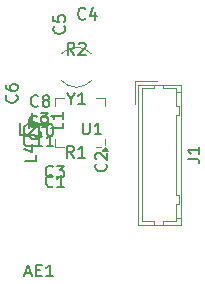
<source format=gbr>
%TF.GenerationSoftware,KiCad,Pcbnew,8.0.1*%
%TF.CreationDate,2024-04-19T15:46:34-07:00*%
%TF.ProjectId,SCH_Dise_o-de-modulo NRF24L01 2.4GHz_Redimensionamiento Y Cambio de interfaz,5343485f-4469-4736-95f1-6f2d64652d6d,rev?*%
%TF.SameCoordinates,Original*%
%TF.FileFunction,Legend,Top*%
%TF.FilePolarity,Positive*%
%FSLAX46Y46*%
G04 Gerber Fmt 4.6, Leading zero omitted, Abs format (unit mm)*
G04 Created by KiCad (PCBNEW 8.0.1) date 2024-04-19 15:46:34*
%MOMM*%
%LPD*%
G01*
G04 APERTURE LIST*
%ADD10C,0.150000*%
%ADD11C,0.120000*%
G04 APERTURE END LIST*
D10*
X132463809Y-68988628D02*
X132463809Y-69464819D01*
X132130476Y-68464819D02*
X132463809Y-68988628D01*
X132463809Y-68988628D02*
X132797142Y-68464819D01*
X133654285Y-69464819D02*
X133082857Y-69464819D01*
X133368571Y-69464819D02*
X133368571Y-68464819D01*
X133368571Y-68464819D02*
X133273333Y-68607676D01*
X133273333Y-68607676D02*
X133178095Y-68702914D01*
X133178095Y-68702914D02*
X133082857Y-68750533D01*
X133693333Y-62189580D02*
X133645714Y-62237200D01*
X133645714Y-62237200D02*
X133502857Y-62284819D01*
X133502857Y-62284819D02*
X133407619Y-62284819D01*
X133407619Y-62284819D02*
X133264762Y-62237200D01*
X133264762Y-62237200D02*
X133169524Y-62141961D01*
X133169524Y-62141961D02*
X133121905Y-62046723D01*
X133121905Y-62046723D02*
X133074286Y-61856247D01*
X133074286Y-61856247D02*
X133074286Y-61713390D01*
X133074286Y-61713390D02*
X133121905Y-61522914D01*
X133121905Y-61522914D02*
X133169524Y-61427676D01*
X133169524Y-61427676D02*
X133264762Y-61332438D01*
X133264762Y-61332438D02*
X133407619Y-61284819D01*
X133407619Y-61284819D02*
X133502857Y-61284819D01*
X133502857Y-61284819D02*
X133645714Y-61332438D01*
X133645714Y-61332438D02*
X133693333Y-61380057D01*
X134550476Y-61618152D02*
X134550476Y-62284819D01*
X134312381Y-61237200D02*
X134074286Y-61951485D01*
X134074286Y-61951485D02*
X134693333Y-61951485D01*
X130938333Y-75549580D02*
X130890714Y-75597200D01*
X130890714Y-75597200D02*
X130747857Y-75644819D01*
X130747857Y-75644819D02*
X130652619Y-75644819D01*
X130652619Y-75644819D02*
X130509762Y-75597200D01*
X130509762Y-75597200D02*
X130414524Y-75501961D01*
X130414524Y-75501961D02*
X130366905Y-75406723D01*
X130366905Y-75406723D02*
X130319286Y-75216247D01*
X130319286Y-75216247D02*
X130319286Y-75073390D01*
X130319286Y-75073390D02*
X130366905Y-74882914D01*
X130366905Y-74882914D02*
X130414524Y-74787676D01*
X130414524Y-74787676D02*
X130509762Y-74692438D01*
X130509762Y-74692438D02*
X130652619Y-74644819D01*
X130652619Y-74644819D02*
X130747857Y-74644819D01*
X130747857Y-74644819D02*
X130890714Y-74692438D01*
X130890714Y-74692438D02*
X130938333Y-74740057D01*
X131271667Y-74644819D02*
X131890714Y-74644819D01*
X131890714Y-74644819D02*
X131557381Y-75025771D01*
X131557381Y-75025771D02*
X131700238Y-75025771D01*
X131700238Y-75025771D02*
X131795476Y-75073390D01*
X131795476Y-75073390D02*
X131843095Y-75121009D01*
X131843095Y-75121009D02*
X131890714Y-75216247D01*
X131890714Y-75216247D02*
X131890714Y-75454342D01*
X131890714Y-75454342D02*
X131843095Y-75549580D01*
X131843095Y-75549580D02*
X131795476Y-75597200D01*
X131795476Y-75597200D02*
X131700238Y-75644819D01*
X131700238Y-75644819D02*
X131414524Y-75644819D01*
X131414524Y-75644819D02*
X131319286Y-75597200D01*
X131319286Y-75597200D02*
X131271667Y-75549580D01*
X133480595Y-71007319D02*
X133480595Y-71816842D01*
X133480595Y-71816842D02*
X133528214Y-71912080D01*
X133528214Y-71912080D02*
X133575833Y-71959700D01*
X133575833Y-71959700D02*
X133671071Y-72007319D01*
X133671071Y-72007319D02*
X133861547Y-72007319D01*
X133861547Y-72007319D02*
X133956785Y-71959700D01*
X133956785Y-71959700D02*
X134004404Y-71912080D01*
X134004404Y-71912080D02*
X134052023Y-71816842D01*
X134052023Y-71816842D02*
X134052023Y-71007319D01*
X135052023Y-72007319D02*
X134480595Y-72007319D01*
X134766309Y-72007319D02*
X134766309Y-71007319D01*
X134766309Y-71007319D02*
X134671071Y-71150176D01*
X134671071Y-71150176D02*
X134575833Y-71245414D01*
X134575833Y-71245414D02*
X134480595Y-71293033D01*
X132763333Y-65244819D02*
X132430000Y-64768628D01*
X132191905Y-65244819D02*
X132191905Y-64244819D01*
X132191905Y-64244819D02*
X132572857Y-64244819D01*
X132572857Y-64244819D02*
X132668095Y-64292438D01*
X132668095Y-64292438D02*
X132715714Y-64340057D01*
X132715714Y-64340057D02*
X132763333Y-64435295D01*
X132763333Y-64435295D02*
X132763333Y-64578152D01*
X132763333Y-64578152D02*
X132715714Y-64673390D01*
X132715714Y-64673390D02*
X132668095Y-64721009D01*
X132668095Y-64721009D02*
X132572857Y-64768628D01*
X132572857Y-64768628D02*
X132191905Y-64768628D01*
X133144286Y-64340057D02*
X133191905Y-64292438D01*
X133191905Y-64292438D02*
X133287143Y-64244819D01*
X133287143Y-64244819D02*
X133525238Y-64244819D01*
X133525238Y-64244819D02*
X133620476Y-64292438D01*
X133620476Y-64292438D02*
X133668095Y-64340057D01*
X133668095Y-64340057D02*
X133715714Y-64435295D01*
X133715714Y-64435295D02*
X133715714Y-64530533D01*
X133715714Y-64530533D02*
X133668095Y-64673390D01*
X133668095Y-64673390D02*
X133096667Y-65244819D01*
X133096667Y-65244819D02*
X133715714Y-65244819D01*
X132718333Y-73964819D02*
X132385000Y-73488628D01*
X132146905Y-73964819D02*
X132146905Y-72964819D01*
X132146905Y-72964819D02*
X132527857Y-72964819D01*
X132527857Y-72964819D02*
X132623095Y-73012438D01*
X132623095Y-73012438D02*
X132670714Y-73060057D01*
X132670714Y-73060057D02*
X132718333Y-73155295D01*
X132718333Y-73155295D02*
X132718333Y-73298152D01*
X132718333Y-73298152D02*
X132670714Y-73393390D01*
X132670714Y-73393390D02*
X132623095Y-73441009D01*
X132623095Y-73441009D02*
X132527857Y-73488628D01*
X132527857Y-73488628D02*
X132146905Y-73488628D01*
X133670714Y-73964819D02*
X133099286Y-73964819D01*
X133385000Y-73964819D02*
X133385000Y-72964819D01*
X133385000Y-72964819D02*
X133289762Y-73107676D01*
X133289762Y-73107676D02*
X133194524Y-73202914D01*
X133194524Y-73202914D02*
X133099286Y-73250533D01*
X129544819Y-73736666D02*
X129544819Y-74212856D01*
X129544819Y-74212856D02*
X128544819Y-74212856D01*
X128878152Y-72974761D02*
X129544819Y-72974761D01*
X128497200Y-73212856D02*
X129211485Y-73450951D01*
X129211485Y-73450951D02*
X129211485Y-72831904D01*
X129668333Y-71174819D02*
X129192143Y-71174819D01*
X129192143Y-71174819D02*
X129192143Y-70174819D01*
X129906429Y-70174819D02*
X130525476Y-70174819D01*
X130525476Y-70174819D02*
X130192143Y-70555771D01*
X130192143Y-70555771D02*
X130335000Y-70555771D01*
X130335000Y-70555771D02*
X130430238Y-70603390D01*
X130430238Y-70603390D02*
X130477857Y-70651009D01*
X130477857Y-70651009D02*
X130525476Y-70746247D01*
X130525476Y-70746247D02*
X130525476Y-70984342D01*
X130525476Y-70984342D02*
X130477857Y-71079580D01*
X130477857Y-71079580D02*
X130430238Y-71127200D01*
X130430238Y-71127200D02*
X130335000Y-71174819D01*
X130335000Y-71174819D02*
X130049286Y-71174819D01*
X130049286Y-71174819D02*
X129954048Y-71127200D01*
X129954048Y-71127200D02*
X129906429Y-71079580D01*
X128613333Y-72044819D02*
X128137143Y-72044819D01*
X128137143Y-72044819D02*
X128137143Y-71044819D01*
X128899048Y-71140057D02*
X128946667Y-71092438D01*
X128946667Y-71092438D02*
X129041905Y-71044819D01*
X129041905Y-71044819D02*
X129280000Y-71044819D01*
X129280000Y-71044819D02*
X129375238Y-71092438D01*
X129375238Y-71092438D02*
X129422857Y-71140057D01*
X129422857Y-71140057D02*
X129470476Y-71235295D01*
X129470476Y-71235295D02*
X129470476Y-71330533D01*
X129470476Y-71330533D02*
X129422857Y-71473390D01*
X129422857Y-71473390D02*
X128851429Y-72044819D01*
X128851429Y-72044819D02*
X129470476Y-72044819D01*
X131784819Y-71001666D02*
X131784819Y-71477856D01*
X131784819Y-71477856D02*
X130784819Y-71477856D01*
X131784819Y-70144523D02*
X131784819Y-70715951D01*
X131784819Y-70430237D02*
X130784819Y-70430237D01*
X130784819Y-70430237D02*
X130927676Y-70525475D01*
X130927676Y-70525475D02*
X131022914Y-70620713D01*
X131022914Y-70620713D02*
X131070533Y-70715951D01*
X142344819Y-74073333D02*
X143059104Y-74073333D01*
X143059104Y-74073333D02*
X143201961Y-74120952D01*
X143201961Y-74120952D02*
X143297200Y-74216190D01*
X143297200Y-74216190D02*
X143344819Y-74359047D01*
X143344819Y-74359047D02*
X143344819Y-74454285D01*
X143344819Y-73073333D02*
X143344819Y-73644761D01*
X143344819Y-73359047D02*
X142344819Y-73359047D01*
X142344819Y-73359047D02*
X142487676Y-73454285D01*
X142487676Y-73454285D02*
X142582914Y-73549523D01*
X142582914Y-73549523D02*
X142630533Y-73644761D01*
X129087142Y-72929580D02*
X129039523Y-72977200D01*
X129039523Y-72977200D02*
X128896666Y-73024819D01*
X128896666Y-73024819D02*
X128801428Y-73024819D01*
X128801428Y-73024819D02*
X128658571Y-72977200D01*
X128658571Y-72977200D02*
X128563333Y-72881961D01*
X128563333Y-72881961D02*
X128515714Y-72786723D01*
X128515714Y-72786723D02*
X128468095Y-72596247D01*
X128468095Y-72596247D02*
X128468095Y-72453390D01*
X128468095Y-72453390D02*
X128515714Y-72262914D01*
X128515714Y-72262914D02*
X128563333Y-72167676D01*
X128563333Y-72167676D02*
X128658571Y-72072438D01*
X128658571Y-72072438D02*
X128801428Y-72024819D01*
X128801428Y-72024819D02*
X128896666Y-72024819D01*
X128896666Y-72024819D02*
X129039523Y-72072438D01*
X129039523Y-72072438D02*
X129087142Y-72120057D01*
X130039523Y-73024819D02*
X129468095Y-73024819D01*
X129753809Y-73024819D02*
X129753809Y-72024819D01*
X129753809Y-72024819D02*
X129658571Y-72167676D01*
X129658571Y-72167676D02*
X129563333Y-72262914D01*
X129563333Y-72262914D02*
X129468095Y-72310533D01*
X130991904Y-73024819D02*
X130420476Y-73024819D01*
X130706190Y-73024819D02*
X130706190Y-72024819D01*
X130706190Y-72024819D02*
X130610952Y-72167676D01*
X130610952Y-72167676D02*
X130515714Y-72262914D01*
X130515714Y-72262914D02*
X130420476Y-72310533D01*
X129082142Y-72049580D02*
X129034523Y-72097200D01*
X129034523Y-72097200D02*
X128891666Y-72144819D01*
X128891666Y-72144819D02*
X128796428Y-72144819D01*
X128796428Y-72144819D02*
X128653571Y-72097200D01*
X128653571Y-72097200D02*
X128558333Y-72001961D01*
X128558333Y-72001961D02*
X128510714Y-71906723D01*
X128510714Y-71906723D02*
X128463095Y-71716247D01*
X128463095Y-71716247D02*
X128463095Y-71573390D01*
X128463095Y-71573390D02*
X128510714Y-71382914D01*
X128510714Y-71382914D02*
X128558333Y-71287676D01*
X128558333Y-71287676D02*
X128653571Y-71192438D01*
X128653571Y-71192438D02*
X128796428Y-71144819D01*
X128796428Y-71144819D02*
X128891666Y-71144819D01*
X128891666Y-71144819D02*
X129034523Y-71192438D01*
X129034523Y-71192438D02*
X129082142Y-71240057D01*
X130034523Y-72144819D02*
X129463095Y-72144819D01*
X129748809Y-72144819D02*
X129748809Y-71144819D01*
X129748809Y-71144819D02*
X129653571Y-71287676D01*
X129653571Y-71287676D02*
X129558333Y-71382914D01*
X129558333Y-71382914D02*
X129463095Y-71430533D01*
X130653571Y-71144819D02*
X130748809Y-71144819D01*
X130748809Y-71144819D02*
X130844047Y-71192438D01*
X130844047Y-71192438D02*
X130891666Y-71240057D01*
X130891666Y-71240057D02*
X130939285Y-71335295D01*
X130939285Y-71335295D02*
X130986904Y-71525771D01*
X130986904Y-71525771D02*
X130986904Y-71763866D01*
X130986904Y-71763866D02*
X130939285Y-71954342D01*
X130939285Y-71954342D02*
X130891666Y-72049580D01*
X130891666Y-72049580D02*
X130844047Y-72097200D01*
X130844047Y-72097200D02*
X130748809Y-72144819D01*
X130748809Y-72144819D02*
X130653571Y-72144819D01*
X130653571Y-72144819D02*
X130558333Y-72097200D01*
X130558333Y-72097200D02*
X130510714Y-72049580D01*
X130510714Y-72049580D02*
X130463095Y-71954342D01*
X130463095Y-71954342D02*
X130415476Y-71763866D01*
X130415476Y-71763866D02*
X130415476Y-71525771D01*
X130415476Y-71525771D02*
X130463095Y-71335295D01*
X130463095Y-71335295D02*
X130510714Y-71240057D01*
X130510714Y-71240057D02*
X130558333Y-71192438D01*
X130558333Y-71192438D02*
X130653571Y-71144819D01*
X129563333Y-71309580D02*
X129515714Y-71357200D01*
X129515714Y-71357200D02*
X129372857Y-71404819D01*
X129372857Y-71404819D02*
X129277619Y-71404819D01*
X129277619Y-71404819D02*
X129134762Y-71357200D01*
X129134762Y-71357200D02*
X129039524Y-71261961D01*
X129039524Y-71261961D02*
X128991905Y-71166723D01*
X128991905Y-71166723D02*
X128944286Y-70976247D01*
X128944286Y-70976247D02*
X128944286Y-70833390D01*
X128944286Y-70833390D02*
X128991905Y-70642914D01*
X128991905Y-70642914D02*
X129039524Y-70547676D01*
X129039524Y-70547676D02*
X129134762Y-70452438D01*
X129134762Y-70452438D02*
X129277619Y-70404819D01*
X129277619Y-70404819D02*
X129372857Y-70404819D01*
X129372857Y-70404819D02*
X129515714Y-70452438D01*
X129515714Y-70452438D02*
X129563333Y-70500057D01*
X130039524Y-71404819D02*
X130230000Y-71404819D01*
X130230000Y-71404819D02*
X130325238Y-71357200D01*
X130325238Y-71357200D02*
X130372857Y-71309580D01*
X130372857Y-71309580D02*
X130468095Y-71166723D01*
X130468095Y-71166723D02*
X130515714Y-70976247D01*
X130515714Y-70976247D02*
X130515714Y-70595295D01*
X130515714Y-70595295D02*
X130468095Y-70500057D01*
X130468095Y-70500057D02*
X130420476Y-70452438D01*
X130420476Y-70452438D02*
X130325238Y-70404819D01*
X130325238Y-70404819D02*
X130134762Y-70404819D01*
X130134762Y-70404819D02*
X130039524Y-70452438D01*
X130039524Y-70452438D02*
X129991905Y-70500057D01*
X129991905Y-70500057D02*
X129944286Y-70595295D01*
X129944286Y-70595295D02*
X129944286Y-70833390D01*
X129944286Y-70833390D02*
X129991905Y-70928628D01*
X129991905Y-70928628D02*
X130039524Y-70976247D01*
X130039524Y-70976247D02*
X130134762Y-71023866D01*
X130134762Y-71023866D02*
X130325238Y-71023866D01*
X130325238Y-71023866D02*
X130420476Y-70976247D01*
X130420476Y-70976247D02*
X130468095Y-70928628D01*
X130468095Y-70928628D02*
X130515714Y-70833390D01*
X129693333Y-69579580D02*
X129645714Y-69627200D01*
X129645714Y-69627200D02*
X129502857Y-69674819D01*
X129502857Y-69674819D02*
X129407619Y-69674819D01*
X129407619Y-69674819D02*
X129264762Y-69627200D01*
X129264762Y-69627200D02*
X129169524Y-69531961D01*
X129169524Y-69531961D02*
X129121905Y-69436723D01*
X129121905Y-69436723D02*
X129074286Y-69246247D01*
X129074286Y-69246247D02*
X129074286Y-69103390D01*
X129074286Y-69103390D02*
X129121905Y-68912914D01*
X129121905Y-68912914D02*
X129169524Y-68817676D01*
X129169524Y-68817676D02*
X129264762Y-68722438D01*
X129264762Y-68722438D02*
X129407619Y-68674819D01*
X129407619Y-68674819D02*
X129502857Y-68674819D01*
X129502857Y-68674819D02*
X129645714Y-68722438D01*
X129645714Y-68722438D02*
X129693333Y-68770057D01*
X130264762Y-69103390D02*
X130169524Y-69055771D01*
X130169524Y-69055771D02*
X130121905Y-69008152D01*
X130121905Y-69008152D02*
X130074286Y-68912914D01*
X130074286Y-68912914D02*
X130074286Y-68865295D01*
X130074286Y-68865295D02*
X130121905Y-68770057D01*
X130121905Y-68770057D02*
X130169524Y-68722438D01*
X130169524Y-68722438D02*
X130264762Y-68674819D01*
X130264762Y-68674819D02*
X130455238Y-68674819D01*
X130455238Y-68674819D02*
X130550476Y-68722438D01*
X130550476Y-68722438D02*
X130598095Y-68770057D01*
X130598095Y-68770057D02*
X130645714Y-68865295D01*
X130645714Y-68865295D02*
X130645714Y-68912914D01*
X130645714Y-68912914D02*
X130598095Y-69008152D01*
X130598095Y-69008152D02*
X130550476Y-69055771D01*
X130550476Y-69055771D02*
X130455238Y-69103390D01*
X130455238Y-69103390D02*
X130264762Y-69103390D01*
X130264762Y-69103390D02*
X130169524Y-69151009D01*
X130169524Y-69151009D02*
X130121905Y-69198628D01*
X130121905Y-69198628D02*
X130074286Y-69293866D01*
X130074286Y-69293866D02*
X130074286Y-69484342D01*
X130074286Y-69484342D02*
X130121905Y-69579580D01*
X130121905Y-69579580D02*
X130169524Y-69627200D01*
X130169524Y-69627200D02*
X130264762Y-69674819D01*
X130264762Y-69674819D02*
X130455238Y-69674819D01*
X130455238Y-69674819D02*
X130550476Y-69627200D01*
X130550476Y-69627200D02*
X130598095Y-69579580D01*
X130598095Y-69579580D02*
X130645714Y-69484342D01*
X130645714Y-69484342D02*
X130645714Y-69293866D01*
X130645714Y-69293866D02*
X130598095Y-69198628D01*
X130598095Y-69198628D02*
X130550476Y-69151009D01*
X130550476Y-69151009D02*
X130455238Y-69103390D01*
X129849580Y-71811666D02*
X129897200Y-71859285D01*
X129897200Y-71859285D02*
X129944819Y-72002142D01*
X129944819Y-72002142D02*
X129944819Y-72097380D01*
X129944819Y-72097380D02*
X129897200Y-72240237D01*
X129897200Y-72240237D02*
X129801961Y-72335475D01*
X129801961Y-72335475D02*
X129706723Y-72383094D01*
X129706723Y-72383094D02*
X129516247Y-72430713D01*
X129516247Y-72430713D02*
X129373390Y-72430713D01*
X129373390Y-72430713D02*
X129182914Y-72383094D01*
X129182914Y-72383094D02*
X129087676Y-72335475D01*
X129087676Y-72335475D02*
X128992438Y-72240237D01*
X128992438Y-72240237D02*
X128944819Y-72097380D01*
X128944819Y-72097380D02*
X128944819Y-72002142D01*
X128944819Y-72002142D02*
X128992438Y-71859285D01*
X128992438Y-71859285D02*
X129040057Y-71811666D01*
X128944819Y-71478332D02*
X128944819Y-70811666D01*
X128944819Y-70811666D02*
X129944819Y-71240237D01*
X127859580Y-68686666D02*
X127907200Y-68734285D01*
X127907200Y-68734285D02*
X127954819Y-68877142D01*
X127954819Y-68877142D02*
X127954819Y-68972380D01*
X127954819Y-68972380D02*
X127907200Y-69115237D01*
X127907200Y-69115237D02*
X127811961Y-69210475D01*
X127811961Y-69210475D02*
X127716723Y-69258094D01*
X127716723Y-69258094D02*
X127526247Y-69305713D01*
X127526247Y-69305713D02*
X127383390Y-69305713D01*
X127383390Y-69305713D02*
X127192914Y-69258094D01*
X127192914Y-69258094D02*
X127097676Y-69210475D01*
X127097676Y-69210475D02*
X127002438Y-69115237D01*
X127002438Y-69115237D02*
X126954819Y-68972380D01*
X126954819Y-68972380D02*
X126954819Y-68877142D01*
X126954819Y-68877142D02*
X127002438Y-68734285D01*
X127002438Y-68734285D02*
X127050057Y-68686666D01*
X126954819Y-67829523D02*
X126954819Y-68019999D01*
X126954819Y-68019999D02*
X127002438Y-68115237D01*
X127002438Y-68115237D02*
X127050057Y-68162856D01*
X127050057Y-68162856D02*
X127192914Y-68258094D01*
X127192914Y-68258094D02*
X127383390Y-68305713D01*
X127383390Y-68305713D02*
X127764342Y-68305713D01*
X127764342Y-68305713D02*
X127859580Y-68258094D01*
X127859580Y-68258094D02*
X127907200Y-68210475D01*
X127907200Y-68210475D02*
X127954819Y-68115237D01*
X127954819Y-68115237D02*
X127954819Y-67924761D01*
X127954819Y-67924761D02*
X127907200Y-67829523D01*
X127907200Y-67829523D02*
X127859580Y-67781904D01*
X127859580Y-67781904D02*
X127764342Y-67734285D01*
X127764342Y-67734285D02*
X127526247Y-67734285D01*
X127526247Y-67734285D02*
X127431009Y-67781904D01*
X127431009Y-67781904D02*
X127383390Y-67829523D01*
X127383390Y-67829523D02*
X127335771Y-67924761D01*
X127335771Y-67924761D02*
X127335771Y-68115237D01*
X127335771Y-68115237D02*
X127383390Y-68210475D01*
X127383390Y-68210475D02*
X127431009Y-68258094D01*
X127431009Y-68258094D02*
X127526247Y-68305713D01*
X131879580Y-62861666D02*
X131927200Y-62909285D01*
X131927200Y-62909285D02*
X131974819Y-63052142D01*
X131974819Y-63052142D02*
X131974819Y-63147380D01*
X131974819Y-63147380D02*
X131927200Y-63290237D01*
X131927200Y-63290237D02*
X131831961Y-63385475D01*
X131831961Y-63385475D02*
X131736723Y-63433094D01*
X131736723Y-63433094D02*
X131546247Y-63480713D01*
X131546247Y-63480713D02*
X131403390Y-63480713D01*
X131403390Y-63480713D02*
X131212914Y-63433094D01*
X131212914Y-63433094D02*
X131117676Y-63385475D01*
X131117676Y-63385475D02*
X131022438Y-63290237D01*
X131022438Y-63290237D02*
X130974819Y-63147380D01*
X130974819Y-63147380D02*
X130974819Y-63052142D01*
X130974819Y-63052142D02*
X131022438Y-62909285D01*
X131022438Y-62909285D02*
X131070057Y-62861666D01*
X130974819Y-61956904D02*
X130974819Y-62433094D01*
X130974819Y-62433094D02*
X131451009Y-62480713D01*
X131451009Y-62480713D02*
X131403390Y-62433094D01*
X131403390Y-62433094D02*
X131355771Y-62337856D01*
X131355771Y-62337856D02*
X131355771Y-62099761D01*
X131355771Y-62099761D02*
X131403390Y-62004523D01*
X131403390Y-62004523D02*
X131451009Y-61956904D01*
X131451009Y-61956904D02*
X131546247Y-61909285D01*
X131546247Y-61909285D02*
X131784342Y-61909285D01*
X131784342Y-61909285D02*
X131879580Y-61956904D01*
X131879580Y-61956904D02*
X131927200Y-62004523D01*
X131927200Y-62004523D02*
X131974819Y-62099761D01*
X131974819Y-62099761D02*
X131974819Y-62337856D01*
X131974819Y-62337856D02*
X131927200Y-62433094D01*
X131927200Y-62433094D02*
X131879580Y-62480713D01*
X135409580Y-74496666D02*
X135457200Y-74544285D01*
X135457200Y-74544285D02*
X135504819Y-74687142D01*
X135504819Y-74687142D02*
X135504819Y-74782380D01*
X135504819Y-74782380D02*
X135457200Y-74925237D01*
X135457200Y-74925237D02*
X135361961Y-75020475D01*
X135361961Y-75020475D02*
X135266723Y-75068094D01*
X135266723Y-75068094D02*
X135076247Y-75115713D01*
X135076247Y-75115713D02*
X134933390Y-75115713D01*
X134933390Y-75115713D02*
X134742914Y-75068094D01*
X134742914Y-75068094D02*
X134647676Y-75020475D01*
X134647676Y-75020475D02*
X134552438Y-74925237D01*
X134552438Y-74925237D02*
X134504819Y-74782380D01*
X134504819Y-74782380D02*
X134504819Y-74687142D01*
X134504819Y-74687142D02*
X134552438Y-74544285D01*
X134552438Y-74544285D02*
X134600057Y-74496666D01*
X134600057Y-74115713D02*
X134552438Y-74068094D01*
X134552438Y-74068094D02*
X134504819Y-73972856D01*
X134504819Y-73972856D02*
X134504819Y-73734761D01*
X134504819Y-73734761D02*
X134552438Y-73639523D01*
X134552438Y-73639523D02*
X134600057Y-73591904D01*
X134600057Y-73591904D02*
X134695295Y-73544285D01*
X134695295Y-73544285D02*
X134790533Y-73544285D01*
X134790533Y-73544285D02*
X134933390Y-73591904D01*
X134933390Y-73591904D02*
X135504819Y-74163332D01*
X135504819Y-74163332D02*
X135504819Y-73544285D01*
X130938333Y-76369580D02*
X130890714Y-76417200D01*
X130890714Y-76417200D02*
X130747857Y-76464819D01*
X130747857Y-76464819D02*
X130652619Y-76464819D01*
X130652619Y-76464819D02*
X130509762Y-76417200D01*
X130509762Y-76417200D02*
X130414524Y-76321961D01*
X130414524Y-76321961D02*
X130366905Y-76226723D01*
X130366905Y-76226723D02*
X130319286Y-76036247D01*
X130319286Y-76036247D02*
X130319286Y-75893390D01*
X130319286Y-75893390D02*
X130366905Y-75702914D01*
X130366905Y-75702914D02*
X130414524Y-75607676D01*
X130414524Y-75607676D02*
X130509762Y-75512438D01*
X130509762Y-75512438D02*
X130652619Y-75464819D01*
X130652619Y-75464819D02*
X130747857Y-75464819D01*
X130747857Y-75464819D02*
X130890714Y-75512438D01*
X130890714Y-75512438D02*
X130938333Y-75560057D01*
X131890714Y-76464819D02*
X131319286Y-76464819D01*
X131605000Y-76464819D02*
X131605000Y-75464819D01*
X131605000Y-75464819D02*
X131509762Y-75607676D01*
X131509762Y-75607676D02*
X131414524Y-75702914D01*
X131414524Y-75702914D02*
X131319286Y-75750533D01*
X128623333Y-83734104D02*
X129099523Y-83734104D01*
X128528095Y-84019819D02*
X128861428Y-83019819D01*
X128861428Y-83019819D02*
X129194761Y-84019819D01*
X129528095Y-83496009D02*
X129861428Y-83496009D01*
X130004285Y-84019819D02*
X129528095Y-84019819D01*
X129528095Y-84019819D02*
X129528095Y-83019819D01*
X129528095Y-83019819D02*
X130004285Y-83019819D01*
X130956666Y-84019819D02*
X130385238Y-84019819D01*
X130670952Y-84019819D02*
X130670952Y-83019819D01*
X130670952Y-83019819D02*
X130575714Y-83162676D01*
X130575714Y-83162676D02*
X130480476Y-83257914D01*
X130480476Y-83257914D02*
X130385238Y-83305533D01*
D11*
%TO.C,Y1*%
X134209999Y-67440088D02*
G75*
G02*
X131669459Y-67439478I-1269999J1130088D01*
G01*
X131669459Y-65180522D02*
G75*
G02*
X134209999Y-65179912I1270541J-1129478D01*
G01*
%TO.C,U1*%
X135352500Y-72375000D02*
X135352500Y-72860000D01*
X135352500Y-68880000D02*
X135352500Y-69605000D01*
X134627500Y-73100000D02*
X135052500Y-73100000D01*
X134627500Y-68880000D02*
X135352500Y-68880000D01*
X131857500Y-73100000D02*
X131132500Y-73100000D01*
X131857500Y-68880000D02*
X131132500Y-68880000D01*
X131132500Y-73100000D02*
X131132500Y-72375000D01*
X131132500Y-68880000D02*
X131132500Y-69605000D01*
X135592500Y-73430000D02*
X135112500Y-73430000D01*
X135352500Y-73100000D01*
X135592500Y-73430000D01*
G36*
X135592500Y-73430000D02*
G01*
X135112500Y-73430000D01*
X135352500Y-73100000D01*
X135592500Y-73430000D01*
G37*
%TO.C,J1*%
X139790000Y-67500000D02*
X137880000Y-67500000D01*
X137880000Y-67500000D02*
X137880000Y-69410000D01*
X141790000Y-67810000D02*
X138190000Y-67810000D01*
X140240000Y-67810000D02*
X140240000Y-68110000D01*
X139490000Y-67810000D02*
X139490000Y-68110000D01*
X138190000Y-67810000D02*
X138190000Y-79660000D01*
X141340000Y-68110000D02*
X141340000Y-68410000D01*
X140240000Y-68110000D02*
X141340000Y-68110000D01*
X139490000Y-68110000D02*
X138490000Y-68110000D01*
X138490000Y-68110000D02*
X138490000Y-79360000D01*
X141340000Y-68410000D02*
X141790000Y-68410000D01*
X141340000Y-68410000D02*
X141340000Y-69610000D01*
X141640000Y-69610000D02*
X141640000Y-70360000D01*
X141340000Y-69610000D02*
X141640000Y-69610000D01*
X141640000Y-70360000D02*
X141340000Y-70360000D01*
X141340000Y-70360000D02*
X141340000Y-77110000D01*
X141640000Y-77110000D02*
X141640000Y-77860000D01*
X141340000Y-77110000D02*
X141640000Y-77110000D01*
X141640000Y-77860000D02*
X141340000Y-77860000D01*
X141340000Y-77860000D02*
X141340000Y-79060000D01*
X141340000Y-79060000D02*
X141790000Y-79060000D01*
X141340000Y-79360000D02*
X141340000Y-79060000D01*
X140240000Y-79360000D02*
X141340000Y-79360000D01*
X139490000Y-79360000D02*
X139490000Y-79660000D01*
X138490000Y-79360000D02*
X139490000Y-79360000D01*
X141790000Y-79660000D02*
X141790000Y-67810000D01*
X140240000Y-79660000D02*
X140240000Y-79360000D01*
X138190000Y-79660000D02*
X141790000Y-79660000D01*
%TD*%
M02*

</source>
